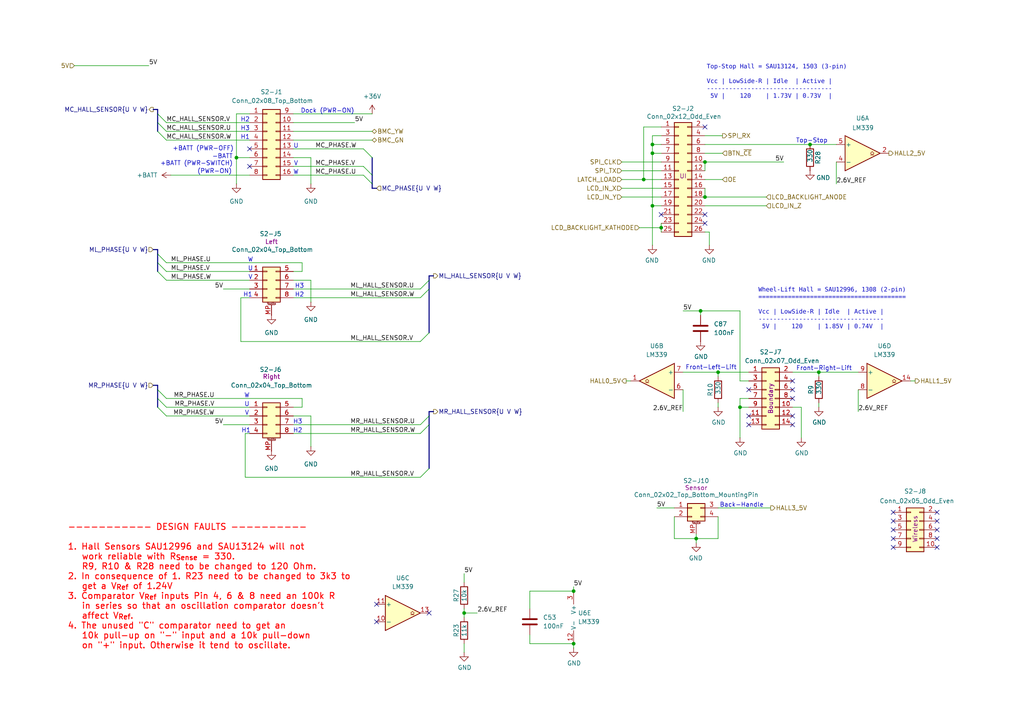
<source format=kicad_sch>
(kicad_sch (version 20250114) (generator "eeschema") (generator_version "9.0")
  (paper "A4")
  (title_block (title "OpenMower SABO Mainboard for Series I & II") (date "2025-02-26") (rev "v0.1") (company "Apeheanger <joerg@ebeling.ws> for OpenMower") (comment 1 "This design is licensed under CC BY-NC 4.0"))
  (lib_symbols
    (symbol "Comparator:LM339" (pin_names (offset 0.127))
      (property "Reference" "U" (at 0 5.08 0))
      (property "Value" "LM339" (at 0 -5.08 0))
      (symbol "LM339_1_1"
        (polyline (pts (xy -5.08 5.08) (xy 5.08 0) (xy -5.08 -5.08) (xy -5.08 5.08)) (stroke (width 0.254)) (fill (type background)))
        (polyline (pts (xy 3.302 -0.508) (xy 2.794 -0.508) (xy 3.302 0) (xy 2.794 0.508) (xy 2.286 0) (xy 2.794 -0.508) (xy 2.286 -0.508)) (stroke (width 0.127)))
        (pin input line (at -7.62 2.54 0) (length 2.54) (name "+") (number "5"))
        (pin input line (at -7.62 -2.54 0) (length 2.54) (name "-") (number "4"))
        (pin open_collector line (at 7.62 0 180) (length 2.54) (name "~") (number "2"))
      )
      (symbol "LM339_2_1"
        (polyline (pts (xy -5.08 5.08) (xy 5.08 0) (xy -5.08 -5.08) (xy -5.08 5.08)) (stroke (width 0.254)) (fill (type background)))
        (polyline (pts (xy 3.302 -0.508) (xy 2.794 -0.508) (xy 3.302 0) (xy 2.794 0.508) (xy 2.286 0) (xy 2.794 -0.508) (xy 2.286 -0.508)) (stroke (width 0.127)))
        (pin input line (at -7.62 2.54 0) (length 2.54) (name "+") (number "7"))
        (pin input line (at -7.62 -2.54 0) (length 2.54) (name "-") (number "6"))
        (pin open_collector line (at 7.62 0 180) (length 2.54) (name "~") (number "1"))
      )
      (symbol "LM339_3_1"
        (polyline (pts (xy -5.08 5.08) (xy 5.08 0) (xy -5.08 -5.08) (xy -5.08 5.08)) (stroke (width 0.254)) (fill (type background)))
        (polyline (pts (xy 3.302 -0.508) (xy 2.794 -0.508) (xy 3.302 0) (xy 2.794 0.508) (xy 2.286 0) (xy 2.794 -0.508) (xy 2.286 -0.508)) (stroke (width 0.127)))
        (pin input line (at -7.62 2.54 0) (length 2.54) (name "+") (number "11"))
        (pin input line (at -7.62 -2.54 0) (length 2.54) (name "-") (number "10"))
        (pin open_collector line (at 7.62 0 180) (length 2.54) (name "~") (number "13"))
      )
      (symbol "LM339_4_1"
        (polyline (pts (xy -5.08 5.08) (xy 5.08 0) (xy -5.08 -5.08) (xy -5.08 5.08)) (stroke (width 0.254)) (fill (type background)))
        (polyline (pts (xy 3.302 -0.508) (xy 2.794 -0.508) (xy 3.302 0) (xy 2.794 0.508) (xy 2.286 0) (xy 2.794 -0.508) (xy 2.286 -0.508)) (stroke (width 0.127)))
        (pin input line (at -7.62 2.54 0) (length 2.54) (name "+") (number "9"))
        (pin input line (at -7.62 -2.54 0) (length 2.54) (name "-") (number "8"))
        (pin open_collector line (at 7.62 0 180) (length 2.54) (name "~") (number "14"))
      )
      (symbol "LM339_5_1"
        (pin power_in line (at -2.54 7.62 270) (length 3.81) (name "V+") (number "3"))
        (pin power_in line (at -2.54 -7.62 90) (length 3.81) (name "V-") (number "12"))
      )
    )
    (symbol "Connector_Generic:Conn_02x05_Odd_Even" (pin_names (offset 1.016) (hide yes))
      (property "Reference" "J" (at 1.27 7.62 0))
      (property "Value" "Conn_02x05_Odd_Even" (at 1.27 -7.62 0))
      (symbol "Conn_02x05_Odd_Even_1_1"
        (rectangle (start -1.27 6.35) (end 3.81 -6.35) (stroke (width 0.254)) (fill (type background)))
        (rectangle (start -1.27 5.207) (end 0 4.953) (stroke (width 0.1524)))
        (rectangle (start -1.27 2.667) (end 0 2.413) (stroke (width 0.1524)))
        (rectangle (start -1.27 0.127) (end 0 -0.127) (stroke (width 0.1524)))
        (rectangle (start -1.27 -2.413) (end 0 -2.667) (stroke (width 0.1524)))
        (rectangle (start -1.27 -4.953) (end 0 -5.207) (stroke (width 0.1524)))
        (rectangle (start 3.81 5.207) (end 2.54 4.953) (stroke (width 0.1524)))
        (rectangle (start 3.81 2.667) (end 2.54 2.413) (stroke (width 0.1524)))
        (rectangle (start 3.81 0.127) (end 2.54 -0.127) (stroke (width 0.1524)))
        (rectangle (start 3.81 -2.413) (end 2.54 -2.667) (stroke (width 0.1524)))
        (rectangle (start 3.81 -4.953) (end 2.54 -5.207) (stroke (width 0.1524)))
        (pin passive line (at -5.08 5.08 0) (length 3.81) (name "Pin_1") (number "1"))
        (pin passive line (at -5.08 2.54 0) (length 3.81) (name "Pin_3") (number "3"))
        (pin passive line (at -5.08 0 0) (length 3.81) (name "Pin_5") (number "5"))
        (pin passive line (at -5.08 -2.54 0) (length 3.81) (name "Pin_7") (number "7"))
        (pin passive line (at -5.08 -5.08 0) (length 3.81) (name "Pin_9") (number "9"))
        (pin passive line (at 7.62 5.08 180) (length 3.81) (name "Pin_2") (number "2"))
        (pin passive line (at 7.62 2.54 180) (length 3.81) (name "Pin_4") (number "4"))
        (pin passive line (at 7.62 0 180) (length 3.81) (name "Pin_6") (number "6"))
        (pin passive line (at 7.62 -2.54 180) (length 3.81) (name "Pin_8") (number "8"))
        (pin passive line (at 7.62 -5.08 180) (length 3.81) (name "Pin_10") (number "10"))
      )
    )
    (symbol "Connector_Generic:Conn_02x07_Odd_Even" (pin_names (offset 1.016) (hide yes))
      (property "Reference" "J" (at 1.27 10.16 0))
      (property "Value" "Conn_02x07_Odd_Even" (at 1.27 -10.16 0))
      (symbol "Conn_02x07_Odd_Even_1_1"
        (rectangle (start -1.27 8.89) (end 3.81 -8.89) (stroke (width 0.254)) (fill (type background)))
        (rectangle (start -1.27 7.747) (end 0 7.493) (stroke (width 0.1524)))
        (rectangle (start -1.27 5.207) (end 0 4.953) (stroke (width 0.1524)))
        (rectangle (start -1.27 2.667) (end 0 2.413) (stroke (width 0.1524)))
        (rectangle (start -1.27 0.127) (end 0 -0.127) (stroke (width 0.1524)))
        (rectangle (start -1.27 -2.413) (end 0 -2.667) (stroke (width 0.1524)))
        (rectangle (start -1.27 -4.953) (end 0 -5.207) (stroke (width 0.1524)))
        (rectangle (start -1.27 -7.493) (end 0 -7.747) (stroke (width 0.1524)))
        (rectangle (start 3.81 7.747) (end 2.54 7.493) (stroke (width 0.1524)))
        (rectangle (start 3.81 5.207) (end 2.54 4.953) (stroke (width 0.1524)))
        (rectangle (start 3.81 2.667) (end 2.54 2.413) (stroke (width 0.1524)))
        (rectangle (start 3.81 0.127) (end 2.54 -0.127) (stroke (width 0.1524)))
        (rectangle (start 3.81 -2.413) (end 2.54 -2.667) (stroke (width 0.1524)))
        (rectangle (start 3.81 -4.953) (end 2.54 -5.207) (stroke (width 0.1524)))
        (rectangle (start 3.81 -7.493) (end 2.54 -7.747) (stroke (width 0.1524)))
        (pin passive line (at -5.08 7.62 0) (length 3.81) (name "Pin_1") (number "1"))
        (pin passive line (at -5.08 5.08 0) (length 3.81) (name "Pin_3") (number "3"))
        (pin passive line (at -5.08 2.54 0) (length 3.81) (name "Pin_5") (number "5"))
        (pin passive line (at -5.08 0 0) (length 3.81) (name "Pin_7") (number "7"))
        (pin passive line (at -5.08 -2.54 0) (length 3.81) (name "Pin_9") (number "9"))
        (pin passive line (at -5.08 -5.08 0) (length 3.81) (name "Pin_11") (number "11"))
        (pin passive line (at -5.08 -7.62 0) (length 3.81) (name "Pin_13") (number "13"))
        (pin passive line (at 7.62 7.62 180) (length 3.81) (name "Pin_2") (number "2"))
        (pin passive line (at 7.62 5.08 180) (length 3.81) (name "Pin_4") (number "4"))
        (pin passive line (at 7.62 2.54 180) (length 3.81) (name "Pin_6") (number "6"))
        (pin passive line (at 7.62 0 180) (length 3.81) (name "Pin_8") (number "8"))
        (pin passive line (at 7.62 -2.54 180) (length 3.81) (name "Pin_10") (number "10"))
        (pin passive line (at 7.62 -5.08 180) (length 3.81) (name "Pin_12") (number "12"))
        (pin passive line (at 7.62 -7.62 180) (length 3.81) (name "Pin_14") (number "14"))
      )
    )
    (symbol "Connector_Generic:Conn_02x08_Top_Bottom" (pin_names (offset 1.016) (hide yes))
      (property "Reference" "J" (at 1.27 10.16 0))
      (property "Value" "Conn_02x08_Top_Bottom" (at 1.27 -12.7 0))
      (symbol "Conn_02x08_Top_Bottom_1_1"
        (rectangle (start -1.27 8.89) (end 3.81 -11.43) (stroke (width 0.254)) (fill (type background)))
        (rectangle (start -1.27 7.747) (end 0 7.493) (stroke (width 0.1524)))
        (rectangle (start -1.27 5.207) (end 0 4.953) (stroke (width 0.1524)))
        (rectangle (start -1.27 2.667) (end 0 2.413) (stroke (width 0.1524)))
        (rectangle (start -1.27 0.127) (end 0 -0.127) (stroke (width 0.1524)))
        (rectangle (start -1.27 -2.413) (end 0 -2.667) (stroke (width 0.1524)))
        (rectangle (start -1.27 -4.953) (end 0 -5.207) (stroke (width 0.1524)))
        (rectangle (start -1.27 -7.493) (end 0 -7.747) (stroke (width 0.1524)))
        (rectangle (start -1.27 -10.033) (end 0 -10.287) (stroke (width 0.1524)))
        (rectangle (start 3.81 7.747) (end 2.54 7.493) (stroke (width 0.1524)))
        (rectangle (start 3.81 5.207) (end 2.54 4.953) (stroke (width 0.1524)))
        (rectangle (start 3.81 2.667) (end 2.54 2.413) (stroke (width 0.1524)))
        (rectangle (start 3.81 0.127) (end 2.54 -0.127) (stroke (width 0.1524)))
        (rectangle (start 3.81 -2.413) (end 2.54 -2.667) (stroke (width 0.1524)))
        (rectangle (start 3.81 -4.953) (end 2.54 -5.207) (stroke (width 0.1524)))
        (rectangle (start 3.81 -7.493) (end 2.54 -7.747) (stroke (width 0.1524)))
        (rectangle (start 3.81 -10.033) (end 2.54 -10.287) (stroke (width 0.1524)))
        (pin passive line (at -5.08 7.62 0) (length 3.81) (name "Pin_1") (number "1"))
        (pin passive line (at -5.08 5.08 0) (length 3.81) (name "Pin_2") (number "2"))
        (pin passive line (at -5.08 2.54 0) (length 3.81) (name "Pin_3") (number "3"))
        (pin passive line (at -5.08 0 0) (length 3.81) (name "Pin_4") (number "4"))
        (pin passive line (at -5.08 -2.54 0) (length 3.81) (name "Pin_5") (number "5"))
        (pin passive line (at -5.08 -5.08 0) (length 3.81) (name "Pin_6") (number "6"))
        (pin passive line (at -5.08 -7.62 0) (length 3.81) (name "Pin_7") (number "7"))
        (pin passive line (at -5.08 -10.16 0) (length 3.81) (name "Pin_8") (number "8"))
        (pin passive line (at 7.62 7.62 180) (length 3.81) (name "Pin_9") (number "9"))
        (pin passive line (at 7.62 5.08 180) (length 3.81) (name "Pin_10") (number "10"))
        (pin passive line (at 7.62 2.54 180) (length 3.81) (name "Pin_11") (number "11"))
        (pin passive line (at 7.62 0 180) (length 3.81) (name "Pin_12") (number "12"))
        (pin passive line (at 7.62 -2.54 180) (length 3.81) (name "Pin_13") (number "13"))
        (pin passive line (at 7.62 -5.08 180) (length 3.81) (name "Pin_14") (number "14"))
        (pin passive line (at 7.62 -7.62 180) (length 3.81) (name "Pin_15") (number "15"))
        (pin passive line (at 7.62 -10.16 180) (length 3.81) (name "Pin_16") (number "16"))
      )
    )
    (symbol "Connector_Generic:Conn_02x13_Odd_Even" (pin_names (offset 1.016) (hide yes))
      (property "Reference" "J" (at 1.27 17.78 0))
      (property "Value" "Conn_02x13_Odd_Even" (at 1.27 -17.78 0))
      (symbol "Conn_02x13_Odd_Even_1_1"
        (rectangle (start -1.27 16.51) (end 3.81 -16.51) (stroke (width 0.254)) (fill (type background)))
        (rectangle (start -1.27 15.367) (end 0 15.113) (stroke (width 0.1524)))
        (rectangle (start -1.27 12.827) (end 0 12.573) (stroke (width 0.1524)))
        (rectangle (start -1.27 10.287) (end 0 10.033) (stroke (width 0.1524)))
        (rectangle (start -1.27 7.747) (end 0 7.493) (stroke (width 0.1524)))
        (rectangle (start -1.27 5.207) (end 0 4.953) (stroke (width 0.1524)))
        (rectangle (start -1.27 2.667) (end 0 2.413) (stroke (width 0.1524)))
        (rectangle (start -1.27 0.127) (end 0 -0.127) (stroke (width 0.1524)))
        (rectangle (start -1.27 -2.413) (end 0 -2.667) (stroke (width 0.1524)))
        (rectangle (start -1.27 -4.953) (end 0 -5.207) (stroke (width 0.1524)))
        (rectangle (start -1.27 -7.493) (end 0 -7.747) (stroke (width 0.1524)))
        (rectangle (start -1.27 -10.033) (end 0 -10.287) (stroke (width 0.1524)))
        (rectangle (start -1.27 -12.573) (end 0 -12.827) (stroke (width 0.1524)))
        (rectangle (start -1.27 -15.113) (end 0 -15.367) (stroke (width 0.1524)))
        (rectangle (start 3.81 15.367) (end 2.54 15.113) (stroke (width 0.1524)))
        (rectangle (start 3.81 12.827) (end 2.54 12.573) (stroke (width 0.1524)))
        (rectangle (start 3.81 10.287) (end 2.54 10.033) (stroke (width 0.1524)))
        (rectangle (start 3.81 7.747) (end 2.54 7.493) (stroke (width 0.1524)))
        (rectangle (start 3.81 5.207) (end 2.54 4.953) (stroke (width 0.1524)))
        (rectangle (start 3.81 2.667) (end 2.54 2.413) (stroke (width 0.1524)))
        (rectangle (start 3.81 0.127) (end 2.54 -0.127) (stroke (width 0.1524)))
        (rectangle (start 3.81 -2.413) (end 2.54 -2.667) (stroke (width 0.1524)))
        (rectangle (start 3.81 -4.953) (end 2.54 -5.207) (stroke (width 0.1524)))
        (rectangle (start 3.81 -7.493) (end 2.54 -7.747) (stroke (width 0.1524)))
        (rectangle (start 3.81 -10.033) (end 2.54 -10.287) (stroke (width 0.1524)))
        (rectangle (start 3.81 -12.573) (end 2.54 -12.827) (stroke (width 0.1524)))
        (rectangle (start 3.81 -15.113) (end 2.54 -15.367) (stroke (width 0.1524)))
        (pin passive line (at -5.08 15.24 0) (length 3.81) (name "Pin_1") (number "1"))
        (pin passive line (at -5.08 12.7 0) (length 3.81) (name "Pin_3") (number "3"))
        (pin passive line (at -5.08 10.16 0) (length 3.81) (name "Pin_5") (number "5"))
        (pin passive line (at -5.08 7.62 0) (length 3.81) (name "Pin_7") (number "7"))
        (pin passive line (at -5.08 5.08 0) (length 3.81) (name "Pin_9") (number "9"))
        (pin passive line (at -5.08 2.54 0) (length 3.81) (name "Pin_11") (number "11"))
        (pin passive line (at -5.08 0 0) (length 3.81) (name "Pin_13") (number "13"))
        (pin passive line (at -5.08 -2.54 0) (length 3.81) (name "Pin_15") (number "15"))
        (pin passive line (at -5.08 -5.08 0) (length 3.81) (name "Pin_17") (number "17"))
        (pin passive line (at -5.08 -7.62 0) (length 3.81) (name "Pin_19") (number "19"))
        (pin passive line (at -5.08 -10.16 0) (length 3.81) (name "Pin_21") (number "21"))
        (pin passive line (at -5.08 -12.7 0) (length 3.81) (name "Pin_23") (number "23"))
        (pin passive line (at -5.08 -15.24 0) (length 3.81) (name "Pin_25") (number "25"))
        (pin passive line (at 7.62 15.24 180) (length 3.81) (name "Pin_2") (number "2"))
        (pin passive line (at 7.62 12.7 180) (length 3.81) (name "Pin_4") (number "4"))
        (pin passive line (at 7.62 10.16 180) (length 3.81) (name "Pin_6") (number "6"))
        (pin passive line (at 7.62 7.62 180) (length 3.81) (name "Pin_8") (number "8"))
        (pin passive line (at 7.62 5.08 180) (length 3.81) (name "Pin_10") (number "10"))
        (pin passive line (at 7.62 2.54 180) (length 3.81) (name "Pin_12") (number "12"))
        (pin passive line (at 7.62 0 180) (length 3.81) (name "Pin_14") (number "14"))
        (pin passive line (at 7.62 -2.54 180) (length 3.81) (name "Pin_16") (number "16"))
        (pin passive line (at 7.62 -5.08 180) (length 3.81) (name "Pin_18") (number "18"))
        (pin passive line (at 7.62 -7.62 180) (length 3.81) (name "Pin_20") (number "20"))
        (pin passive line (at 7.62 -10.16 180) (length 3.81) (name "Pin_22") (number "22"))
        (pin passive line (at 7.62 -12.7 180) (length 3.81) (name "Pin_24") (number "24"))
        (pin passive line (at 7.62 -15.24 180) (length 3.81) (name "Pin_26") (number "26"))
      )
    )
    (symbol "Connector_Generic_MountingPin:Conn_02x02_Top_Bottom_MountingPin" (pin_names (offset 1.016) (hide yes))
      (property "Reference" "J" (at 1.27 2.54 0))
      (property "Value" "Conn_02x02_Top_Bottom_MountingPin" (at 2.54 -5.08 0))
      (symbol "Conn_02x02_Top_Bottom_MountingPin_1_1"
        (rectangle (start -1.27 1.27) (end 3.81 -3.81) (stroke (width 0.254)) (fill (type background)))
        (rectangle (start -1.27 0.127) (end 0 -0.127) (stroke (width 0.1524)))
        (rectangle (start -1.27 -2.413) (end 0 -2.667) (stroke (width 0.1524)))
        (polyline (pts (xy 0.254 -4.572) (xy 2.286 -4.572)) (stroke (width 0.1524)))
        (rectangle (start 3.81 0.127) (end 2.54 -0.127) (stroke (width 0.1524)))
        (rectangle (start 3.81 -2.413) (end 2.54 -2.667) (stroke (width 0.1524)))
        (text "Mounting" (at 1.27 -4.191 0) (effects (font (size 0.381 0.381))))
        (pin passive line (at -5.08 0 0) (length 3.81) (name "Pin_1") (number "1"))
        (pin passive line (at -5.08 -2.54 0) (length 3.81) (name "Pin_2") (number "2"))
        (pin passive line (at 1.27 -7.62 90) (length 3.048) (name "MountPin") (number "MP"))
        (pin passive line (at 7.62 0 180) (length 3.81) (name "Pin_3") (number "3"))
        (pin passive line (at 7.62 -2.54 180) (length 3.81) (name "Pin_4") (number "4"))
      )
    )
    (symbol "Connector_Generic_MountingPin:Conn_02x04_Top_Bottom_MountingPin" (pin_names (offset 1.016) (hide yes))
      (property "Reference" "J" (at 1.27 5.08 0))
      (property "Value" "Conn_02x04_Top_Bottom_MountingPin" (at 2.54 -7.62 0))
      (symbol "Conn_02x04_Top_Bottom_MountingPin_1_1"
        (rectangle (start -1.27 3.81) (end 3.81 -6.35) (stroke (width 0.254)) (fill (type background)))
        (rectangle (start -1.27 2.667) (end 0 2.413) (stroke (width 0.1524)))
        (rectangle (start -1.27 0.127) (end 0 -0.127) (stroke (width 0.1524)))
        (rectangle (start -1.27 -2.413) (end 0 -2.667) (stroke (width 0.1524)))
        (rectangle (start -1.27 -4.953) (end 0 -5.207) (stroke (width 0.1524)))
        (polyline (pts (xy 0.254 -7.112) (xy 2.286 -7.112)) (stroke (width 0.1524)))
        (rectangle (start 3.81 2.667) (end 2.54 2.413) (stroke (width 0.1524)))
        (rectangle (start 3.81 0.127) (end 2.54 -0.127) (stroke (width 0.1524)))
        (rectangle (start 3.81 -2.413) (end 2.54 -2.667) (stroke (width 0.1524)))
        (rectangle (start 3.81 -4.953) (end 2.54 -5.207) (stroke (width 0.1524)))
        (text "Mounting" (at 1.27 -6.731 0) (effects (font (size 0.381 0.381))))
        (pin passive line (at -5.08 2.54 0) (length 3.81) (name "Pin_1") (number "1"))
        (pin passive line (at -5.08 0 0) (length 3.81) (name "Pin_2") (number "2"))
        (pin passive line (at -5.08 -2.54 0) (length 3.81) (name "Pin_3") (number "3"))
        (pin passive line (at -5.08 -5.08 0) (length 3.81) (name "Pin_4") (number "4"))
        (pin passive line (at 1.27 -10.16 90) (length 3.048) (name "MountPin") (number "MP"))
        (pin passive line (at 7.62 2.54 180) (length 3.81) (name "Pin_5") (number "5"))
        (pin passive line (at 7.62 0 180) (length 3.81) (name "Pin_6") (number "6"))
        (pin passive line (at 7.62 -2.54 180) (length 3.81) (name "Pin_7") (number "7"))
        (pin passive line (at 7.62 -5.08 180) (length 3.81) (name "Pin_8") (number "8"))
      )
    )
    (symbol "Device:C" (pin_numbers (hide yes)) (pin_names (offset 0.254))
      (property "Reference" "C" (at 0.635 2.54 0))
      (property "Value" "C" (at 0.635 -2.54 0))
      (symbol "C_0_1"
        (polyline (pts (xy -2.032 0.762) (xy 2.032 0.762)) (stroke (width 0.508)))
        (polyline (pts (xy -2.032 -0.762) (xy 2.032 -0.762)) (stroke (width 0.508)))
      )
      (symbol "C_1_1"
        (pin passive line (at 0 3.81 270) (length 2.794) (name "~") (number "1"))
        (pin passive line (at 0 -3.81 90) (length 2.794) (name "~") (number "2"))
      )
    )
    (symbol "Device:R" (pin_numbers (hide yes)) (pin_names (offset 0))
      (property "Reference" "R" (at 2.032 0 90))
      (property "Value" "R" (at 0 0 90))
      (symbol "R_0_1"
        (rectangle (start -1.016 -2.54) (end 1.016 2.54) (stroke (width 0.254)))
      )
      (symbol "R_1_1"
        (pin passive line (at 0 3.81 270) (length 1.27) (name "~") (number "1"))
        (pin passive line (at 0 -3.81 90) (length 1.27) (name "~") (number "2"))
      )
    )
    (symbol "power:+36V" (power) (pin_numbers (hide yes)) (pin_names (offset 0) (hide yes))
      (property "Value" "+36V" (at 0 3.556 0))
      (symbol "+36V_0_1"
        (polyline (pts (xy -0.762 1.27) (xy 0 2.54)))
        (polyline (pts (xy 0 2.54) (xy 0.762 1.27)))
        (polyline (pts (xy 0 0) (xy 0 2.54)))
      )
      (symbol "+36V_1_1"
        (pin power_in line (at 0 0 90) (length 0) (name "~") (number "1"))
      )
    )
    (symbol "power:+BATT" (power) (pin_numbers (hide yes)) (pin_names (offset 0) (hide yes))
      (property "Value" "+BATT" (at 0 3.556 0))
      (symbol "+BATT_0_1"
        (polyline (pts (xy -0.762 1.27) (xy 0 2.54)))
        (polyline (pts (xy 0 2.54) (xy 0.762 1.27)))
        (polyline (pts (xy 0 0) (xy 0 2.54)))
      )
      (symbol "+BATT_1_1"
        (pin power_in line (at 0 0 90) (length 0) (name "~") (number "1"))
      )
    )
    (symbol "power:GND" (power) (pin_numbers (hide yes)) (pin_names (offset 0) (hide yes))
      (property "Value" "GND" (at 0 -3.81 0))
      (symbol "GND_0_1"
        (polyline (pts (xy 0 0) (xy 0 -1.27) (xy 1.27 -1.27) (xy 0 -2.54) (xy -1.27 -1.27) (xy 0 -1.27)))
      )
      (symbol "GND_1_1"
        (pin power_in line (at 0 0 270) (length 0) (name "~") (number "1"))
      )
    )
  )
  (text "-BATT" (at 67.564 45.466 0) (effects (font (size 1.27 1.27)) (justify right)))
  (text "U" (at 72.644 77.978 0) (effects (font (size 1.27 1.27))))
  (text "(PWR-ON)" (at 67.31 49.784 0) (effects (font (size 1.27 1.27)) (justify right)))
  (text "W" (at 71.628 114.808 0) (effects (font (size 1.27 1.27))))
  (text "U" (at 85.852 42.418 0) (effects (font (size 1.27 1.27))))
  (text "H3" (at 86.36 122.428 0) (effects (font (size 1.27 1.27))))
  (text "H1" (at 71.882 85.598 0) (effects (font (size 1.27 1.27))))
  (text "W" (at 72.644 75.438 0) (effects (font (size 1.27 1.27))))
  (text "Front-Left-Lift" (at 206.248 106.68 0) (effects (font (size 1.27 1.27))))
  (text "H2" (at 86.868 85.598 0) (effects (font (size 1.27 1.27))))
  (text "Dock (PWR-ON)" (at 94.996 32.258 0) (effects (font (size 1.27 1.27))))
  (text "H1" (at 71.374 124.968 0) (effects (font (size 1.27 1.27))))
  (text "H1" (at 71.12 39.878 0) (effects (font (size 1.27 1.27))))
  (text "+BATT (PWR-OFF)" (at 67.818 43.18 0) (effects (font (size 1.27 1.27)) (justify right)))
  (text "H3" (at 71.12 37.338 0) (effects (font (size 1.27 1.27))))
  (text "H2" (at 71.12 34.798 0) (effects (font (size 1.27 1.27))))
  (text "Top-Stop Hall = SAU13124, 1503 (3-pin)\n\nVcc | LowSide-R | Idle  | Active |\n----------------------------------\n 5V |    120    | 1.73V | 0.73V  |" (at 204.978 24.13 0) (effects (font (size 1.27 1.27)) (justify left)))
  (text "V" (at 71.628 119.888 0) (effects (font (size 1.27 1.27))))
  (text "Front-Right-Lift" (at 239.014 106.934 0) (effects (font (size 1.27 1.27))))
  (text "----------- DESIGN FAULTS ----------\n\n1. Hall Sensors SAU12996 and SAU13124 will not\n   work reliable with R_{Sense} = 330.\n   R9, R10 & R28 need to be changed to 120 Ohm.\n2. In consequence of 1. R23 need to be changed to 3k3 to\n   get a V_{Ref} of 1.24V\n3. Comparator V_{Ref} inputs Pin 4, 6 & 8 need an 100k R\n   in series so that an oscillation comparator doesn't\n   affect V_{Ref}.\n4. The unused \"C\" comparator need to get an\n   10k pull-up on \"-\" input and a 10k pull-down\n   on \"+\" input. Otherwise it tend to oscillate." (at 19.558 170.18 0) (effects (font (size 1.778 1.778) (thickness 0.254) (bold yes)) (justify left)))
  (text "U" (at 71.628 117.348 0) (effects (font (size 1.27 1.27))))
  (text "+BATT (PWR-SWITCH)" (at 67.564 47.498 0) (effects (font (size 1.27 1.27)) (justify right)))
  (text "V" (at 85.852 47.498 0) (effects (font (size 1.27 1.27))))
  (text "H2" (at 86.36 124.968 0) (effects (font (size 1.27 1.27))))
  (text "V" (at 72.644 80.518 0) (effects (font (size 1.27 1.27))))
  (text "Top-Stop" (at 235.458 40.894 0) (effects (font (size 1.27 1.27))))
  (text "Back-Handle" (at 215.138 146.558 0) (effects (font (size 1.27 1.27))))
  (text "H3" (at 86.868 83.058 0) (effects (font (size 1.27 1.27))))
  (text "W" (at 85.852 50.038 0) (effects (font (size 1.27 1.27))))
  (text "Wheel-Lift Hall = SAU12996, 1308 (2-pin)\n========================================\n\nVcc | LowSide-R | Idle  | Active |\n----------------------------------\n 5V |    120    | 1.85V | 0.74V  |" (at 219.964 89.916 0) (effects (font (size 1.27 1.27)) (justify left)))
  (junction (at 203.2 90.17))
  (junction (at 201.93 156.21))
  (junction (at 189.23 59.69))
  (junction (at 166.37 171.45))
  (junction (at 166.37 186.69))
  (junction (at 186.69 52.07))
  (junction (at 189.23 41.91))
  (junction (at 189.23 44.45))
  (junction (at 134.62 177.8))
  (junction (at 204.47 57.15))
  (junction (at 191.77 66.04))
  (junction (at 208.28 107.95))
  (junction (at 68.58 45.72))
  (junction (at 214.63 118.11))
  (junction (at 234.95 41.91))
  (junction (at 204.47 46.99))
  (junction (at 237.49 107.95))
  (no_connect (at 217.17 123.19))
  (no_connect (at 204.47 62.23))
  (no_connect (at 229.87 115.57))
  (no_connect (at 271.78 151.13))
  (no_connect (at 229.87 123.19))
  (no_connect (at 259.08 148.59))
  (no_connect (at 109.22 180.34))
  (no_connect (at 72.39 48.26))
  (no_connect (at 271.78 156.21))
  (no_connect (at 259.08 153.67))
  (no_connect (at 204.47 36.83))
  (no_connect (at 229.87 113.03))
  (no_connect (at 191.77 62.23))
  (no_connect (at 217.17 120.65))
  (no_connect (at 259.08 158.75))
  (no_connect (at 259.08 156.21))
  (no_connect (at 229.87 110.49))
  (no_connect (at 259.08 151.13))
  (no_connect (at 229.87 120.65))
  (no_connect (at 217.17 113.03))
  (no_connect (at 271.78 148.59))
  (no_connect (at 204.47 64.77))
  (no_connect (at 271.78 153.67))
  (no_connect (at 124.46 177.8))
  (no_connect (at 109.22 175.26))
  (no_connect (at 271.78 158.75))
  (no_connect (at 72.39 43.18))
  (bus_entry (at 124.46 123.19) (size -2.54 2.54))
  (bus_entry (at 124.46 83.82) (size -2.54 2.54))
  (bus_entry (at 48.26 81.28) (size -2.54 -2.54))
  (bus_entry (at 124.46 120.65) (size -2.54 2.54))
  (bus_entry (at 124.46 81.28) (size -2.54 2.54))
  (bus_entry (at 48.26 76.2) (size -2.54 -2.54))
  (bus_entry (at 45.72 35.56) (size 2.54 2.54))
  (bus_entry (at 45.72 38.1) (size 2.54 2.54))
  (bus_entry (at 45.72 33.02) (size 2.54 2.54))
  (bus_entry (at 48.26 118.11) (size -2.54 -2.54))
  (bus_entry (at 124.46 135.89) (size -2.54 2.54))
  (bus_entry (at 124.46 96.52) (size -2.54 2.54))
  (bus_entry (at 48.26 115.57) (size -2.54 -2.54))
  (bus_entry (at 48.26 78.74) (size -2.54 -2.54))
  (bus_entry (at 48.26 120.65) (size -2.54 -2.54))
  (bus_entry (at 105.41 48.26) (size 2.54 2.54))
  (bus_entry (at 105.41 43.18) (size 2.54 2.54))
  (bus_entry (at 105.41 50.8) (size 2.54 2.54))
  (wire (pts (xy 134.62 186.69) (xy 134.62 189.23)))
  (wire (pts (xy 204.47 39.37) (xy 209.55 39.37)))
  (wire (pts (xy 48.26 76.2) (xy 87.63 76.2)))
  (wire (pts (xy 205.74 67.31) (xy 204.47 67.31)))
  (wire (pts (xy 204.47 41.91) (xy 234.95 41.91)))
  (wire (pts (xy 264.16 110.49) (xy 265.43 110.49)))
  (wire (pts (xy 214.63 90.17) (xy 214.63 110.49)))
  (wire (pts (xy 191.77 66.04) (xy 191.77 67.31)))
  (wire (pts (xy 48.26 115.57) (xy 87.63 115.57)))
  (wire (pts (xy 237.49 109.22) (xy 237.49 107.95)))
  (wire (pts (xy 48.26 78.74) (xy 72.39 78.74)))
  (wire (pts (xy 180.34 54.61) (xy 191.77 54.61)))
  (wire (pts (xy 204.47 52.07) (xy 209.55 52.07)))
  (wire (pts (xy 189.23 41.91) (xy 191.77 41.91)))
  (bus (pts (xy 45.72 76.2) (xy 45.72 73.66)))
  (wire (pts (xy 214.63 118.11) (xy 217.17 118.11)))
  (wire (pts (xy 204.47 44.45) (xy 209.55 44.45)))
  (wire (pts (xy 48.26 40.64) (xy 72.39 40.64)))
  (wire (pts (xy 214.63 127) (xy 214.63 118.11)))
  (wire (pts (xy 208.28 107.95) (xy 208.28 109.22)))
  (bus (pts (xy 45.72 33.02) (xy 45.72 35.56)))
  (wire (pts (xy 189.23 41.91) (xy 189.23 39.37)))
  (wire (pts (xy 195.58 156.21) (xy 201.93 156.21)))
  (wire (pts (xy 90.17 120.65) (xy 90.17 129.54)))
  (bus (pts (xy 45.72 115.57) (xy 45.72 113.03)))
  (wire (pts (xy 85.09 50.8) (xy 105.41 50.8)))
  (wire (pts (xy 134.62 166.37) (xy 134.62 168.91)))
  (bus (pts (xy 124.46 81.28) (xy 124.46 83.82)))
  (wire (pts (xy 48.26 118.11) (xy 72.39 118.11)))
  (wire (pts (xy 237.49 107.95) (xy 248.92 107.95)))
  (bus (pts (xy 107.95 50.8) (xy 107.95 53.34)))
  (wire (pts (xy 248.92 113.03) (xy 248.92 119.38)))
  (bus (pts (xy 125.73 119.38) (xy 124.46 119.38)))
  (wire (pts (xy 68.58 45.72) (xy 68.58 33.02)))
  (wire (pts (xy 186.69 52.07) (xy 191.77 52.07)))
  (wire (pts (xy 180.34 46.99) (xy 191.77 46.99)))
  (wire (pts (xy 87.63 118.11) (xy 85.09 118.11)))
  (wire (pts (xy 229.87 118.11) (xy 232.41 118.11)))
  (wire (pts (xy 64.77 83.82) (xy 72.39 83.82)))
  (wire (pts (xy 71.12 138.43) (xy 71.12 125.73)))
  (wire (pts (xy 217.17 115.57) (xy 214.63 115.57)))
  (wire (pts (xy 48.26 35.56) (xy 72.39 35.56)))
  (wire (pts (xy 205.74 71.12) (xy 205.74 67.31)))
  (wire (pts (xy 85.09 123.19) (xy 121.92 123.19)))
  (wire (pts (xy 90.17 87.63) (xy 90.17 81.28)))
  (wire (pts (xy 153.67 176.53) (xy 153.67 171.45)))
  (bus (pts (xy 45.72 111.76) (xy 44.45 111.76)))
  (wire (pts (xy 69.85 99.06) (xy 121.92 99.06)))
  (wire (pts (xy 48.26 81.28) (xy 72.39 81.28)))
  (wire (pts (xy 87.63 76.2) (xy 87.63 78.74)))
  (wire (pts (xy 48.26 38.1) (xy 72.39 38.1)))
  (wire (pts (xy 134.62 176.53) (xy 134.62 177.8)))
  (bus (pts (xy 44.45 31.75) (xy 45.72 31.75)))
  (bus (pts (xy 124.46 83.82) (xy 124.46 96.52)))
  (wire (pts (xy 189.23 44.45) (xy 189.23 41.91)))
  (wire (pts (xy 85.09 33.02) (xy 107.95 33.02)))
  (bus (pts (xy 45.72 76.2) (xy 45.72 78.74)))
  (wire (pts (xy 217.17 107.95) (xy 208.28 107.95)))
  (wire (pts (xy 185.42 66.04) (xy 191.77 66.04)))
  (wire (pts (xy 180.34 57.15) (xy 191.77 57.15)))
  (wire (pts (xy 107.95 38.1) (xy 85.09 38.1)))
  (wire (pts (xy 204.47 54.61) (xy 204.47 57.15)))
  (wire (pts (xy 71.12 138.43) (xy 121.92 138.43)))
  (wire (pts (xy 214.63 90.17) (xy 203.2 90.17)))
  (wire (pts (xy 90.17 53.34) (xy 90.17 45.72)))
  (wire (pts (xy 208.28 156.21) (xy 208.28 149.86)))
  (wire (pts (xy 204.47 46.99) (xy 204.47 49.53)))
  (bus (pts (xy 45.72 35.56) (xy 45.72 38.1)))
  (wire (pts (xy 153.67 186.69) (xy 166.37 186.69)))
  (bus (pts (xy 45.72 73.66) (xy 45.72 72.39)))
  (wire (pts (xy 49.53 50.8) (xy 72.39 50.8)))
  (wire (pts (xy 107.95 40.64) (xy 85.09 40.64)))
  (wire (pts (xy 191.77 36.83) (xy 186.69 36.83)))
  (wire (pts (xy 204.47 46.99) (xy 227.33 46.99)))
  (wire (pts (xy 87.63 78.74) (xy 85.09 78.74)))
  (wire (pts (xy 229.87 107.95) (xy 237.49 107.95)))
  (bus (pts (xy 45.72 118.11) (xy 45.72 115.57)))
  (wire (pts (xy 48.26 120.65) (xy 72.39 120.65)))
  (wire (pts (xy 242.57 46.99) (xy 242.57 53.34)))
  (bus (pts (xy 45.72 31.75) (xy 45.72 33.02)))
  (wire (pts (xy 198.12 90.17) (xy 203.2 90.17)))
  (wire (pts (xy 232.41 118.11) (xy 232.41 127)))
  (wire (pts (xy 189.23 71.12) (xy 189.23 59.69)))
  (wire (pts (xy 190.5 147.32) (xy 195.58 147.32)))
  (wire (pts (xy 217.17 110.49) (xy 214.63 110.49)))
  (wire (pts (xy 234.95 41.91) (xy 242.57 41.91)))
  (wire (pts (xy 189.23 39.37) (xy 191.77 39.37)))
  (wire (pts (xy 191.77 64.77) (xy 191.77 66.04)))
  (wire (pts (xy 204.47 59.69) (xy 222.25 59.69)))
  (wire (pts (xy 203.2 90.17) (xy 203.2 91.44)))
  (wire (pts (xy 189.23 59.69) (xy 191.77 59.69)))
  (wire (pts (xy 181.61 110.49) (xy 182.88 110.49)))
  (bus (pts (xy 124.46 119.38) (xy 124.46 120.65)))
  (bus (pts (xy 125.73 80.01) (xy 124.46 80.01)))
  (wire (pts (xy 85.09 43.18) (xy 105.41 43.18)))
  (wire (pts (xy 189.23 59.69) (xy 189.23 44.45)))
  (wire (pts (xy 201.93 156.21) (xy 201.93 154.94)))
  (wire (pts (xy 195.58 149.86) (xy 195.58 156.21)))
  (wire (pts (xy 208.28 147.32) (xy 223.52 147.32)))
  (wire (pts (xy 180.34 49.53) (xy 191.77 49.53)))
  (wire (pts (xy 85.09 86.36) (xy 121.92 86.36)))
  (wire (pts (xy 85.09 35.56) (xy 102.87 35.56)))
  (bus (pts (xy 107.95 45.72) (xy 107.95 50.8)))
  (wire (pts (xy 71.12 125.73) (xy 72.39 125.73)))
  (wire (pts (xy 189.23 44.45) (xy 191.77 44.45)))
  (wire (pts (xy 87.63 115.57) (xy 87.63 118.11)))
  (wire (pts (xy 208.28 116.84) (xy 208.28 118.11)))
  (wire (pts (xy 153.67 184.15) (xy 153.67 186.69)))
  (wire (pts (xy 69.85 86.36) (xy 72.39 86.36)))
  (wire (pts (xy 201.93 157.48) (xy 201.93 156.21)))
  (wire (pts (xy 21.59 19.05) (xy 43.18 19.05)))
  (wire (pts (xy 85.09 48.26) (xy 105.41 48.26)))
  (bus (pts (xy 45.72 72.39) (xy 44.45 72.39)))
  (wire (pts (xy 166.37 170.18) (xy 166.37 171.45)))
  (wire (pts (xy 68.58 45.72) (xy 72.39 45.72)))
  (wire (pts (xy 180.34 52.07) (xy 186.69 52.07)))
  (wire (pts (xy 214.63 115.57) (xy 214.63 118.11)))
  (wire (pts (xy 64.77 123.19) (xy 72.39 123.19)))
  (wire (pts (xy 198.12 113.03) (xy 198.12 119.38)))
  (wire (pts (xy 204.47 57.15) (xy 222.25 57.15)))
  (bus (pts (xy 107.95 53.34) (xy 107.95 54.61)))
  (wire (pts (xy 90.17 45.72) (xy 85.09 45.72)))
  (wire (pts (xy 134.62 177.8) (xy 134.62 179.07)))
  (wire (pts (xy 85.09 125.73) (xy 121.92 125.73)))
  (wire (pts (xy 166.37 187.96) (xy 166.37 186.69)))
  (bus (pts (xy 124.46 123.19) (xy 124.46 135.89)))
  (wire (pts (xy 68.58 33.02) (xy 72.39 33.02)))
  (wire (pts (xy 134.62 177.8) (xy 138.43 177.8)))
  (bus (pts (xy 45.72 113.03) (xy 45.72 111.76)))
  (wire (pts (xy 201.93 156.21) (xy 208.28 156.21)))
  (bus (pts (xy 124.46 120.65) (xy 124.46 123.19)))
  (wire (pts (xy 90.17 120.65) (xy 85.09 120.65)))
  (wire (pts (xy 153.67 171.45) (xy 166.37 171.45)))
  (wire (pts (xy 186.69 36.83) (xy 186.69 52.07)))
  (wire (pts (xy 90.17 81.28) (xy 85.09 81.28)))
  (wire (pts (xy 198.12 107.95) (xy 208.28 107.95)))
  (wire (pts (xy 69.85 99.06) (xy 69.85 86.36)))
  (wire (pts (xy 68.58 53.34) (xy 68.58 45.72)))
  (wire (pts (xy 237.49 116.84) (xy 237.49 118.11)))
  (bus (pts (xy 124.46 80.01) (xy 124.46 81.28)))
  (bus (pts (xy 107.95 54.61) (xy 109.22 54.61)))
  (wire (pts (xy 85.09 83.82) (xy 121.92 83.82)))
  (label "MR_PHASE.U" (at 62.23 115.57 180))
  (label "2.6V_REF" (at 198.12 119.38 180))
  (label "2.6V_REF" (at 138.43 177.8 0))
  (label "ML_HALL_SENSOR.V" (at 101.6 99.06 0))
  (label "5V" (at 64.77 83.82 180))
  (label "MR_HALL_SENSOR.W" (at 101.6 125.73 0))
  (label "5V" (at 190.5 147.32 0))
  (label "MC_HALL_SENSOR.W" (at 48.26 40.64 0))
  (label "5V" (at 64.77 123.19 180))
  (label "MC_PHASE.V" (at 91.44 48.26 0))
  (label "ML_HALL_SENSOR.W" (at 101.6 86.36 0))
  (label "ML_PHASE.U" (at 49.53 76.2 0))
  (label "MR_PHASE.W" (at 62.23 120.65 180))
  (label "5V" (at 102.87 35.56 0))
  (label "5V" (at 43.18 19.05 0))
  (label "MR_HALL_SENSOR.U" (at 101.6 123.19 0))
  (label "5V" (at 134.62 166.37 0))
  (label "MC_HALL_SENSOR.U" (at 48.26 38.1 0))
  (label "5V" (at 198.12 90.17 0))
  (label "MC_PHASE.U" (at 91.44 50.8 0))
  (label "MC_PHASE.W" (at 91.44 43.18 0))
  (label "ML_PHASE.V" (at 49.53 78.74 0))
  (label "5V" (at 227.33 46.99 180))
  (label "2.6V_REF" (at 248.92 119.38 0))
  (label "ML_PHASE.W" (at 49.53 81.28 0))
  (label "MC_HALL_SENSOR.V" (at 48.26 35.56 0))
  (label "MR_HALL_SENSOR.V" (at 101.6 138.43 0))
  (label "2.6V_REF" (at 242.57 53.34 0))
  (label "5V" (at 166.37 170.18 0))
  (label "ML_HALL_SENSOR.U" (at 101.6 83.82 0))
  (label "MR_PHASE.V" (at 62.23 118.11 180))
  (hierarchical_label "5V" (shape input) (at 21.59 19.05 180))
  (hierarchical_label "MC_PHASE{U V W}" (shape input) (at 109.22 54.61 0))
  (hierarchical_label "BMC_YW" (shape bidirectional) (at 107.95 38.1 0))
  (hierarchical_label "SPI_RX" (shape output) (at 209.55 39.37 0))
  (hierarchical_label "LATCH_LOAD" (shape input) (at 180.34 52.07 180))
  (hierarchical_label "LCD_BACKLIGHT_ANODE" (shape input) (at 222.25 57.15 0))
  (hierarchical_label "MR_HALL_SENSOR{U V W}" (shape output) (at 125.73 119.38 0))
  (hierarchical_label "HALL1_5V" (shape output) (at 265.43 110.49 0))
  (hierarchical_label "MR_PHASE{U V W}" (shape input) (at 44.45 111.76 180))
  (hierarchical_label "BMC_GN" (shape bidirectional) (at 107.95 40.64 0))
  (hierarchical_label "SPI_CLK" (shape input) (at 180.34 46.99 180))
  (hierarchical_label "HALL2_5V" (shape output) (at 257.81 44.45 0))
  (hierarchical_label "MC_HALL_SENSOR{U V W}" (shape output) (at 44.45 31.75 180))
  (hierarchical_label "HALL3_5V" (shape output) (at 223.52 147.32 0))
  (hierarchical_label "LCD_IN_Y" (shape input) (at 180.34 57.15 180))
  (hierarchical_label "OE" (shape input) (at 209.55 52.07 0))
  (hierarchical_label "BTN_~{CE}" (shape input) (at 209.55 44.45 0))
  (hierarchical_label "HALL0_5V" (shape output) (at 181.61 110.49 180))
  (hierarchical_label "ML_PHASE{U V W}" (shape input) (at 44.45 72.39 180))
  (hierarchical_label "LCD_BACKLIGHT_KATHODE" (shape input) (at 185.42 66.04 180))
  (hierarchical_label "LCD_IN_X" (shape input) (at 180.34 54.61 180))
  (hierarchical_label "LCD_IN_Z" (shape input) (at 222.25 59.69 0))
  (hierarchical_label "SPI_TX" (shape input) (at 180.34 49.53 180))
  (hierarchical_label "ML_HALL_SENSOR{U V W}" (shape output) (at 125.73 80.01 0))
  (symbol (lib_id "Comparator:LM339") (at 168.91 179.07 0) (unit 5)
    (property "Reference" "U6" (at 167.64 177.7999 0) (effects (justify left)))
    (property "Value" "LM339" (at 167.64 180.3399 0) (effects (justify left)))
    (property "Footprint" "Package_SO:SOIC-14_3.9x8.7mm_P1.27mm" (effects (hide yes)))
    (property "Datasheet" "https://www.st.com/resource/en/datasheet/lm139.pdf" (effects (hide yes)))
    (property "Description" "Quad Differential Comparators, SOIC-14/TSSOP-14" (effects (hide yes)))
    (property "JLC" "C7948" (effects (hide yes)))
  )
  (symbol (lib_id "power:GND") (at 166.37 187.96 0) (unit 1)
    (property "Reference" "#PWR074" (effects (hide yes)))
    (property "Value" "GND" (at 166.497 192.3542 0))
    (property "Description" "Power symbol creates a global label with name \"GND\" , ground" (effects (hide yes)))
  )
  (symbol (lib_id "Device:R") (at 134.62 172.72 0) (mirror y) (unit 1)
    (property "Reference" "R27" (at 132.334 172.72 90))
    (property "Value" "10k" (at 134.62 172.72 90))
    (property "Footprint" "Resistor_SMD:R_0402_1005Metric" (effects (hide yes)))
    (property "Description" "62.5mW Thick Film Resistors 50V ±100ppm/℃ ±1% 10kΩ 0402 Chip Resistor" (effects (hide yes)))
    (property "JLC" "C25744" (effects (hide yes)))
  )
  (symbol (lib_id "power:+BATT") (at 49.53 50.8 90) (unit 1)
    (property "Reference" "#PWR059" (effects (hide yes)))
    (property "Value" "+BATT" (at 45.72 50.8001 90) (effects (justify left)))
    (property "Description" "Power symbol creates a global label with name \"+BATT\"" (effects (hide yes)))
  )
  (symbol (lib_id "Connector_Generic_MountingPin:Conn_02x02_Top_Bottom_MountingPin") (at 200.66 147.32 0) (unit 1)
    (property "Reference" "S2-J10" (at 201.93 139.446 0))
    (property "Value" "Conn_02x02_Top_Bottom_MountingPin" (at 201.93 143.51 0))
    (property "Footprint" "local_Connectors:Molex_Micro-Fit_3.0_43045-0418_2x02-1MP_P3.00mm_Vertical" (effects (hide yes)))
    (property "Description" "Generic connectable mounting pin connector, double row, 02x02, top/bottom pin numbering scheme (row 1: 1...pins_per_row, row2: pins_per_row+1 ... num_pins), script generated (kicad-library-utils/schlib/autogen/connector/)" (effects (hide yes)))
    (property "Silk" "Sensor" (at 201.93 141.478 0))
    (property "MFPN" "MOLEX 430450418" (effects (hide yes)))
    (property "JLC" "C293535" (effects (hide yes)))
    (property "FT Rotation Offset" "180" (effects (hide yes)))
  )
  (symbol (lib_id "power:GND") (at 214.63 127 0) (unit 1)
    (property "Reference" "#PWR087" (effects (hide yes)))
    (property "Value" "GND" (at 214.757 131.3942 0))
    (property "Description" "Power symbol creates a global label with name \"GND\" , ground" (effects (hide yes)))
  )
  (symbol (lib_id "power:GND") (at 205.74 71.12 0) (mirror y) (unit 1)
    (property "Reference" "#PWR084" (effects (hide yes)))
    (property "Value" "GND" (at 205.613 75.5142 0))
    (property "Description" "Power symbol creates a global label with name \"GND\" , ground" (effects (hide yes)))
  )
  (symbol (lib_id "Device:R") (at 208.28 113.03 0) (mirror y) (unit 1)
    (property "Reference" "R10" (at 205.994 113.03 90))
    (property "Value" "330" (at 208.28 112.522 90))
    (property "Footprint" "Resistor_SMD:R_0603_1608Metric" (effects (hide yes)))
    (property "Description" "100mW Thick Film Resistors 75V ±100ppm/℃ ±1% 330Ω 0603 Chip Resistor" (effects (hide yes)))
    (property "JLC" "C23138" (effects (hide yes)))
  )
  (symbol (lib_id "power:GND") (at 189.23 71.12 0) (mirror y) (unit 1)
    (property "Reference" "#PWR082" (effects (hide yes)))
    (property "Value" "GND" (at 189.103 75.5142 0))
    (property "Description" "Power symbol creates a global label with name \"GND\" , ground" (effects (hide yes)))
  )
  (symbol (lib_id "Connector_Generic:Conn_02x07_Odd_Even") (at 222.25 115.57 0) (unit 1)
    (property "Reference" "S2-J7" (at 223.52 102.108 0))
    (property "Value" "Conn_02x07_Odd_Even" (at 226.822 104.648 0))
    (property "Footprint" "local_Connectors:Molex_Milli-Grid_878311419" (effects (hide yes)))
    (property "Description" "Generic connector, double row, 02x07, odd/even pin numbering scheme (row 1 odd numbers, row 2 even numbers), script generated (kicad-library-utils/schlib/autogen/connector/)" (effects (hide yes)))
    (property "Silk" "Boundary" (at 223.52 115.57 90))
    (property "MF" "Molex" (effects (hide yes)))
    (property "MFPN" "878311419" (effects (hide yes)))
  )
  (symbol (lib_id "power:GND") (at 134.62 189.23 0) (unit 1)
    (property "Reference" "#PWR04" (effects (hide yes)))
    (property "Value" "GND" (at 134.747 193.6242 0))
    (property "Description" "Power symbol creates a global label with name \"GND\" , ground" (effects (hide yes)))
  )
  (symbol (lib_id "Device:R") (at 134.62 182.88 0) (mirror y) (unit 1)
    (property "Reference" "R23" (at 132.334 182.88 90))
    (property "Value" "11k" (at 134.62 182.88 90))
    (property "Footprint" "Resistor_SMD:R_0402_1005Metric" (effects (hide yes)))
    (property "Description" "62.5mW Thick Film Resistors 50V ±100ppm/℃ ±1% 11kΩ 0402 Chip Resistor" (effects (hide yes)))
    (property "JLC" "C25749" (effects (hide yes)))
  )
  (symbol (lib_id "Device:C") (at 153.67 180.34 0) (unit 1)
    (property "Reference" "C53" (at 157.48 179.0699 0) (effects (justify left)))
    (property "Value" "100nF" (at 157.48 181.6099 0) (effects (justify left)))
    (property "Footprint" "Capacitor_SMD:C_0402_1005Metric" (effects (hide yes)))
    (property "Description" "50V 100nF X7R ±10% 0402 Multilayer Ceramic Capacitors MLCC" (effects (hide yes)))
    (property "JLC" "C307331" (effects (hide yes)))
  )
  (symbol (lib_id "Comparator:LM339") (at 256.54 110.49 0) (unit 4)
    (property "Reference" "U6" (at 256.54 100.33 0))
    (property "Value" "LM339" (at 256.54 102.87 0))
    (property "Footprint" "Package_SO:SOIC-14_3.9x8.7mm_P1.27mm" (effects (hide yes)))
    (property "Datasheet" "https://www.st.com/resource/en/datasheet/lm139.pdf" (effects (hide yes)))
    (property "Description" "Quad Differential Comparators, SOIC-14/TSSOP-14" (effects (hide yes)))
    (property "JLC" "C7948" (effects (hide yes)))
  )
  (symbol (lib_id "power:GND") (at 78.74 91.44 0) (unit 1)
    (property "Reference" "#PWR070" (effects (hide yes)))
    (property "Value" "GND" (at 78.74 96.52 0))
    (property "Description" "Power symbol creates a global label with name \"GND\" , ground" (effects (hide yes)))
  )
  (symbol (lib_id "power:GND") (at 232.41 127 0) (unit 1)
    (property "Reference" "#PWR088" (effects (hide yes)))
    (property "Value" "GND" (at 232.537 131.3942 0))
    (property "Description" "Power symbol creates a global label with name \"GND\" , ground" (effects (hide yes)))
  )
  (symbol (lib_id "power:GND") (at 237.49 118.11 0) (unit 1)
    (property "Reference" "#PWR086" (effects (hide yes)))
    (property "Value" "GND" (at 237.617 122.5042 0))
    (property "Description" "Power symbol creates a global label with name \"GND\" , ground" (effects (hide yes)))
  )
  (symbol (lib_id "Device:C") (at 203.2 95.25 0) (unit 1)
    (property "Reference" "C87" (at 207.01 93.9799 0) (effects (justify left)))
    (property "Value" "100nF" (at 207.01 96.5199 0) (effects (justify left)))
    (property "Footprint" "Capacitor_SMD:C_0402_1005Metric" (effects (hide yes)))
    (property "Description" "50V 100nF X7R ±10% 0402 Multilayer Ceramic Capacitors MLCC" (effects (hide yes)))
    (property "JLC" "C307331" (effects (hide yes)))
  )
  (symbol (lib_id "Comparator:LM339") (at 250.19 44.45 0) (unit 1)
    (property "Reference" "U6" (at 250.19 34.29 0))
    (property "Value" "LM339" (at 247.142 37.084 0) (effects (justify left)))
    (property "Footprint" "Package_SO:SOIC-14_3.9x8.7mm_P1.27mm" (effects (hide yes)))
    (property "Datasheet" "https://www.st.com/resource/en/datasheet/lm139.pdf" (effects (hide yes)))
    (property "Description" "Quad Differential Comparators, SOIC-14/TSSOP-14" (effects (hide yes)))
    (property "JLC" "C7948" (effects (hide yes)))
  )
  (symbol (lib_id "Connector_Generic:Conn_02x05_Odd_Even") (at 264.16 153.67 0) (unit 1)
    (property "Reference" "S2-J8" (at 265.43 142.494 0))
    (property "Value" "Conn_02x05_Odd_Even" (at 265.938 145.288 0))
    (property "Footprint" "local_Connectors:Molex_Milli-Grid_878311041" (effects (hide yes)))
    (property "Description" "Molex Milli-Grid" (effects (hide yes)))
    (property "Silk" "Wireless" (at 265.43 153.416 90))
    (property "MF" "Molex" (effects (hide yes)))
    (property "MFPN" "878311041" (effects (hide yes)))
    (property "JLC" "C588621" (effects (hide yes)))
  )
  (symbol (lib_id "power:+36V") (at 107.95 33.02 0) (unit 1)
    (property "Reference" "#PWR057" (effects (hide yes)))
    (property "Value" "+36V" (at 107.95 27.94 0))
    (property "Description" "Power symbol creates a global label with name \"+36V\"" (effects (hide yes)))
  )
  (symbol (lib_id "power:GND") (at 234.95 49.53 0) (mirror y) (unit 1)
    (property "Reference" "#PWR08" (effects (hide yes)))
    (property "Value" "GND" (at 238.76 51.562 0))
    (property "Description" "Power symbol creates a global label with name \"GND\" , ground" (effects (hide yes)))
  )
  (symbol (lib_id "power:GND") (at 203.2 99.06 0) (unit 1)
    (property "Reference" "#PWR03" (effects (hide yes)))
    (property "Value" "GND" (at 203.327 103.4542 0))
    (property "Description" "Power symbol creates a global label with name \"GND\" , ground" (effects (hide yes)))
  )
  (symbol (lib_id "power:GND") (at 90.17 87.63 0) (unit 1)
    (property "Reference" "#PWR035" (effects (hide yes)))
    (property "Value" "GND" (at 90.17 92.71 0))
    (property "Description" "Power symbol creates a global label with name \"GND\" , ground" (effects (hide yes)))
  )
  (symbol (lib_id "power:GND") (at 201.93 157.48 0) (mirror y) (unit 1)
    (property "Reference" "#PWR079" (effects (hide yes)))
    (property "Value" "GND" (at 201.803 161.8742 0))
    (property "Description" "Power symbol creates a global label with name \"GND\" , ground" (effects (hide yes)))
  )
  (symbol (lib_id "Connector_Generic_MountingPin:Conn_02x04_Top_Bottom_MountingPin") (at 77.47 120.65 0) (unit 1)
    (property "Reference" "S2-J6" (at 78.486 107.188 0))
    (property "Value" "Conn_02x04_Top_Bottom" (at 78.74 111.76 0))
    (property "Footprint" "local_Connectors:Molex_Micro-Fit_3.0_43045-0818_2x04-1MP_P3.00mm_Vertical" (effects (hide yes)))
    (property "Description" "Generic connectable mounting pin connector, double row, 02x04, top/bottom pin numbering scheme (row 1: 1...pins_per_row, row2: pins_per_row+1 ... num_pins), script generated (kicad-library-utils/schlib/autogen/connector/)" (effects (hide yes)))
    (property "Silk" "Right" (at 78.74 109.22 0))
    (property "MF" "Molex" (effects (hide yes)))
    (property "MFPN" "430450818" (effects (hide yes)))
    (property "JLC" "C505075" (effects (hide yes)))
    (property "FT Rotation Offset" "180" (effects (hide yes)))
  )
  (symbol (lib_id "power:GND") (at 90.17 53.34 0) (unit 1)
    (property "Reference" "#PWR069" (effects (hide yes)))
    (property "Value" "GND" (at 90.17 58.42 0))
    (property "Description" "Power symbol creates a global label with name \"GND\" , ground" (effects (hide yes)))
  )
  (symbol (lib_id "power:GND") (at 90.17 129.54 0) (unit 1)
    (property "Reference" "#PWR073" (effects (hide yes)))
    (property "Value" "GND" (at 90.17 134.62 0))
    (property "Description" "Power symbol creates a global label with name \"GND\" , ground" (effects (hide yes)))
  )
  (symbol (lib_id "power:GND") (at 68.58 53.34 0) (unit 1)
    (property "Reference" "#PWR060" (effects (hide yes)))
    (property "Value" "GND" (at 68.58 58.42 0))
    (property "Description" "Power symbol creates a global label with name \"GND\" , ground" (effects (hide yes)))
  )
  (symbol (lib_id "Connector_Generic:Conn_02x13_Odd_Even") (at 196.85 52.07 0) (unit 1)
    (property "Reference" "S2-J2" (at 198.12 31.496 0))
    (property "Value" "Conn_02x12_Odd_Even" (at 198.374 33.782 0))
    (property "Footprint" "local_Connectors:Molex_Milli-Grid_878312620" (effects (hide yes)))
    (property "Description" "Molex 2.0mm Pitch, Milli-Grid, Dual Row, Vertical" (effects (hide yes)))
    (property "Silk" "UI" (at 198.12 51.054 0))
    (property "MF" "Molex" (effects (hide yes)))
    (property "MFPN" "878312620" (effects (hide yes)))
    (property "JLC" "C17215745" (effects (hide yes)))
    (property "DNP" "Y" (effects (hide yes)))
  )
  (symbol (lib_id "power:GND") (at 78.74 130.81 0) (unit 1)
    (property "Reference" "#PWR078" (effects (hide yes)))
    (property "Value" "GND" (at 78.74 135.89 0))
    (property "Description" "Power symbol creates a global label with name \"GND\" , ground" (effects (hide yes)))
  )
  (symbol (lib_id "Device:R") (at 237.49 113.03 0) (mirror y) (unit 1)
    (property "Reference" "R9" (at 235.204 113.03 90))
    (property "Value" "330" (at 237.49 112.522 90))
    (property "Footprint" "Resistor_SMD:R_0603_1608Metric" (effects (hide yes)))
    (property "Description" "100mW Thick Film Resistors 75V ±100ppm/℃ ±1% 330Ω 0603 Chip Resistor" (effects (hide yes)))
    (property "JLC" "C23138" (effects (hide yes)))
  )
  (symbol (lib_id "power:GND") (at 208.28 118.11 0) (unit 1)
    (property "Reference" "#PWR085" (effects (hide yes)))
    (property "Value" "GND" (at 208.407 122.5042 0))
    (property "Description" "Power symbol creates a global label with name \"GND\" , ground" (effects (hide yes)))
  )
  (symbol (lib_id "Comparator:LM339") (at 116.84 177.8 0) (unit 3)
    (property "Reference" "U6" (at 116.84 167.64 0))
    (property "Value" "LM339" (at 116.84 170.18 0))
    (property "Footprint" "Package_SO:SOIC-14_3.9x8.7mm_P1.27mm" (effects (hide yes)))
    (property "Datasheet" "https://www.st.com/resource/en/datasheet/lm139.pdf" (effects (hide yes)))
    (property "Description" "Quad Differential Comparators, SOIC-14/TSSOP-14" (effects (hide yes)))
    (property "JLC" "C7948" (effects (hide yes)))
  )
  (symbol (lib_id "Comparator:LM339") (at 190.5 110.49 0) (mirror y) (unit 2)
    (property "Reference" "U6" (at 190.5 100.33 0))
    (property "Value" "LM339" (at 190.5 102.87 0))
    (property "Footprint" "Package_SO:SOIC-14_3.9x8.7mm_P1.27mm" (effects (hide yes)))
    (property "Datasheet" "https://www.st.com/resource/en/datasheet/lm139.pdf" (effects (hide yes)))
    (property "Description" "Quad Differential Comparators, SOIC-14/TSSOP-14" (effects (hide yes)))
    (property "JLC" "C7948" (effects (hide yes)))
  )
  (symbol (lib_id "Connector_Generic:Conn_02x08_Top_Bottom") (at 77.47 40.64 0) (unit 1)
    (property "Reference" "S2-J1" (at 78.74 26.67 0))
    (property "Value" "Conn_02x08_Top_Bottom" (at 78.994 29.21 0))
    (property "Footprint" "local_Connectors:Molex_Mini-Fit_Jr_5566-16A_2x08_P4.20mm_Vertical" (effects (hide yes)))
    (property "Description" "Molex Mini-Fit Jr. Vertical Header, 4.20mm Pitch, Dual Row, 16 Circuits, without Snap-in" (effects (hide yes)))
    (property "MF" "Molex" (effects (hide yes)))
    (property "MFPN" "39281163" (effects (hide yes)))
    (property "JLC" "C5339222" (effects (hide yes)))
  )
  (symbol (lib_id "Connector_Generic_MountingPin:Conn_02x04_Top_Bottom_MountingPin") (at 77.47 81.28 0) (unit 1)
    (property "Reference" "S2-J5" (at 78.486 67.818 0))
    (property "Value" "Conn_02x04_Top_Bottom" (at 78.994 72.39 0))
    (property "Footprint" "local_Connectors:Molex_Micro-Fit_3.0_43045-0818_2x04-1MP_P3.00mm_Vertical" (effects (hide yes)))
    (property "Description" "Generic connectable mounting pin connector, double row, 02x04, top/bottom pin numbering scheme (row 1: 1...pins_per_row, row2: pins_per_row+1 ... num_pins), script generated (kicad-library-utils/schlib/autogen/connector/)" (effects (hide yes)))
    (property "Silk" "Left" (at 78.74 70.104 0))
    (property "MF" "Molex" (effects (hide yes)))
    (property "MFPN" "430450818" (effects (hide yes)))
    (property "JLC" "C505075" (effects (hide yes)))
    (property "FT Rotation Offset" "180" (effects (hide yes)))
  )
  (symbol (lib_id "Device:R") (at 234.95 45.72 0) (unit 1)
    (property "Reference" "R28" (at 237.236 45.72 90))
    (property "Value" "330" (at 234.95 45.212 90))
    (property "Footprint" "Resistor_SMD:R_0603_1608Metric" (effects (hide yes)))
    (property "Description" "100mW Thick Film Resistors 75V ±100ppm/℃ ±1% 330Ω 0603 Chip Resistor" (effects (hide yes)))
    (property "JLC" "C23138" (effects (hide yes)))
  )
)
</source>
